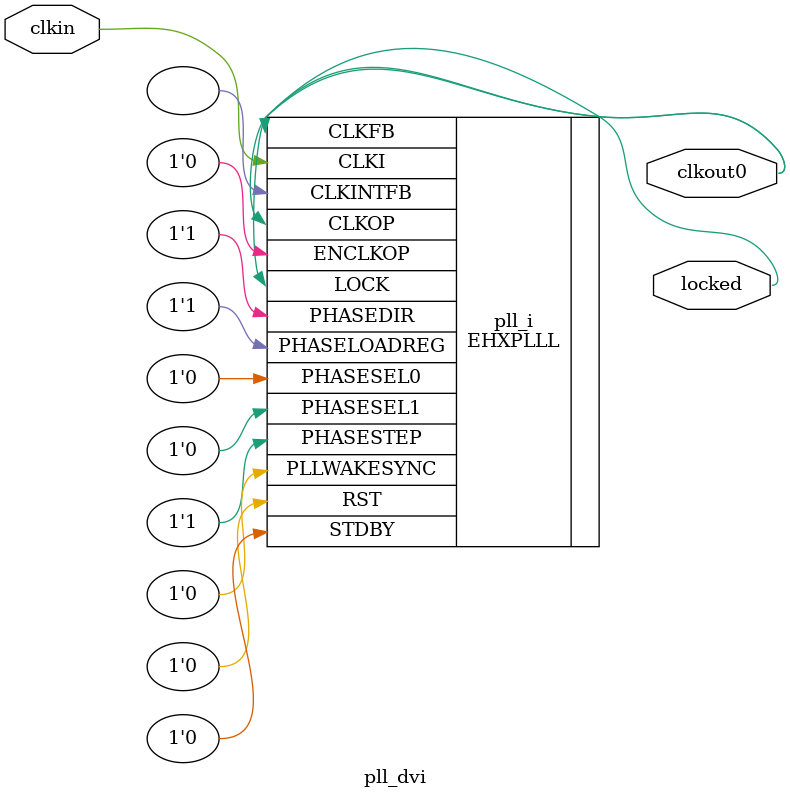
<source format=v>
module pll_dvi
(
    input clkin, // 25 MHz, 0 deg
    output clkout0, // 125 MHz, 0 deg
    output locked
);
(* FREQUENCY_PIN_CLKI="25" *)
(* FREQUENCY_PIN_CLKOP="125" *)
(* ICP_CURRENT="12" *) (* LPF_RESISTOR="8" *) (* MFG_ENABLE_FILTEROPAMP="1" *) (* MFG_GMCREF_SEL="2" *)
EHXPLLL #(
        .PLLRST_ENA("DISABLED"),
        .INTFB_WAKE("DISABLED"),
        .STDBY_ENABLE("DISABLED"),
        .DPHASE_SOURCE("DISABLED"),
        .OUTDIVIDER_MUXA("DIVA"),
        .OUTDIVIDER_MUXB("DIVB"),
        .OUTDIVIDER_MUXC("DIVC"),
        .OUTDIVIDER_MUXD("DIVD"),
        .CLKI_DIV(1),
        .CLKOP_ENABLE("ENABLED"),
        .CLKOP_DIV(5),
        .CLKOP_CPHASE(2),
        .CLKOP_FPHASE(0),
        .FEEDBK_PATH("CLKOP"),
        .CLKFB_DIV(5)
    ) pll_i (
        .RST(1'b0),
        .STDBY(1'b0),
        .CLKI(clkin),
        .CLKOP(clkout0),
        .CLKFB(clkout0),
        .CLKINTFB(),
        .PHASESEL0(1'b0),
        .PHASESEL1(1'b0),
        .PHASEDIR(1'b1),
        .PHASESTEP(1'b1),
        .PHASELOADREG(1'b1),
        .PLLWAKESYNC(1'b0),
        .ENCLKOP(1'b0),
        .LOCK(locked)
	);
endmodule

</source>
